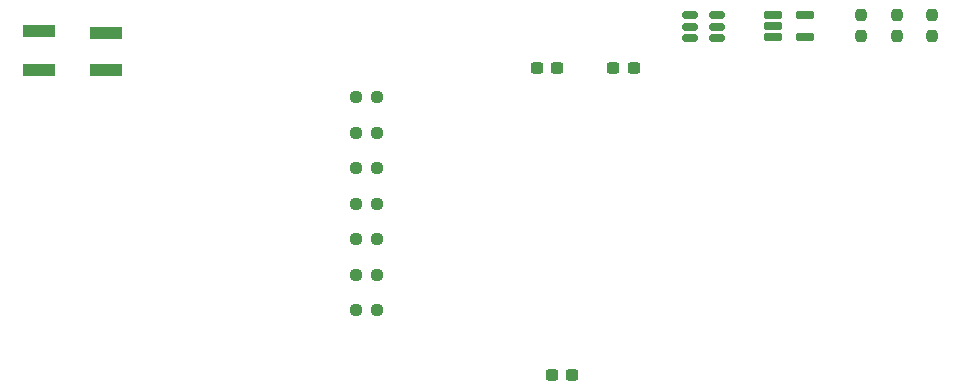
<source format=gtp>
G04 #@! TF.GenerationSoftware,KiCad,Pcbnew,9.0.2*
G04 #@! TF.CreationDate,2025-06-24T21:37:24-04:00*
G04 #@! TF.ProjectId,Shortywithdisplay,53686f72-7479-4776-9974-68646973706c,rev?*
G04 #@! TF.SameCoordinates,Original*
G04 #@! TF.FileFunction,Paste,Top*
G04 #@! TF.FilePolarity,Positive*
%FSLAX46Y46*%
G04 Gerber Fmt 4.6, Leading zero omitted, Abs format (unit mm)*
G04 Created by KiCad (PCBNEW 9.0.2) date 2025-06-24 21:37:24*
%MOMM*%
%LPD*%
G01*
G04 APERTURE LIST*
G04 Aperture macros list*
%AMRoundRect*
0 Rectangle with rounded corners*
0 $1 Rounding radius*
0 $2 $3 $4 $5 $6 $7 $8 $9 X,Y pos of 4 corners*
0 Add a 4 corners polygon primitive as box body*
4,1,4,$2,$3,$4,$5,$6,$7,$8,$9,$2,$3,0*
0 Add four circle primitives for the rounded corners*
1,1,$1+$1,$2,$3*
1,1,$1+$1,$4,$5*
1,1,$1+$1,$6,$7*
1,1,$1+$1,$8,$9*
0 Add four rect primitives between the rounded corners*
20,1,$1+$1,$2,$3,$4,$5,0*
20,1,$1+$1,$4,$5,$6,$7,0*
20,1,$1+$1,$6,$7,$8,$9,0*
20,1,$1+$1,$8,$9,$2,$3,0*%
G04 Aperture macros list end*
%ADD10R,2.800000X1.000000*%
%ADD11RoundRect,0.237500X0.237500X-0.250000X0.237500X0.250000X-0.237500X0.250000X-0.237500X-0.250000X0*%
%ADD12RoundRect,0.237500X0.300000X0.237500X-0.300000X0.237500X-0.300000X-0.237500X0.300000X-0.237500X0*%
%ADD13RoundRect,0.237500X0.250000X0.237500X-0.250000X0.237500X-0.250000X-0.237500X0.250000X-0.237500X0*%
%ADD14RoundRect,0.162500X-0.617500X-0.162500X0.617500X-0.162500X0.617500X0.162500X-0.617500X0.162500X0*%
%ADD15RoundRect,0.150000X-0.512500X-0.150000X0.512500X-0.150000X0.512500X0.150000X-0.512500X0.150000X0*%
G04 APERTURE END LIST*
D10*
X98900000Y-86900000D03*
X104500000Y-87000000D03*
X98900000Y-90200000D03*
X104500000Y-90200000D03*
D11*
X168500000Y-87325000D03*
X168500000Y-85500000D03*
D12*
X149225000Y-90000000D03*
X147500000Y-90000000D03*
D11*
X171500000Y-87325000D03*
X171500000Y-85500000D03*
D13*
X127500000Y-107500000D03*
X125675000Y-107500000D03*
X127500000Y-95500000D03*
X125675000Y-95500000D03*
D11*
X174510000Y-87325000D03*
X174510000Y-85500000D03*
D13*
X127500000Y-98500000D03*
X125675000Y-98500000D03*
D14*
X161000000Y-85500000D03*
X161000000Y-86450000D03*
X161000000Y-87400000D03*
X163700000Y-87400000D03*
X163700000Y-85500000D03*
D12*
X144000000Y-116000000D03*
X142275000Y-116000000D03*
D13*
X127500000Y-101500000D03*
X125675000Y-101500000D03*
X127500000Y-104500000D03*
X125675000Y-104500000D03*
X127500000Y-92480000D03*
X125675000Y-92480000D03*
X127500000Y-110500000D03*
X125675000Y-110500000D03*
D12*
X142725000Y-90000000D03*
X141000000Y-90000000D03*
D15*
X154000000Y-85550000D03*
X154000000Y-86500000D03*
X154000000Y-87450000D03*
X156275000Y-87450000D03*
X156275000Y-86500000D03*
X156275000Y-85550000D03*
M02*

</source>
